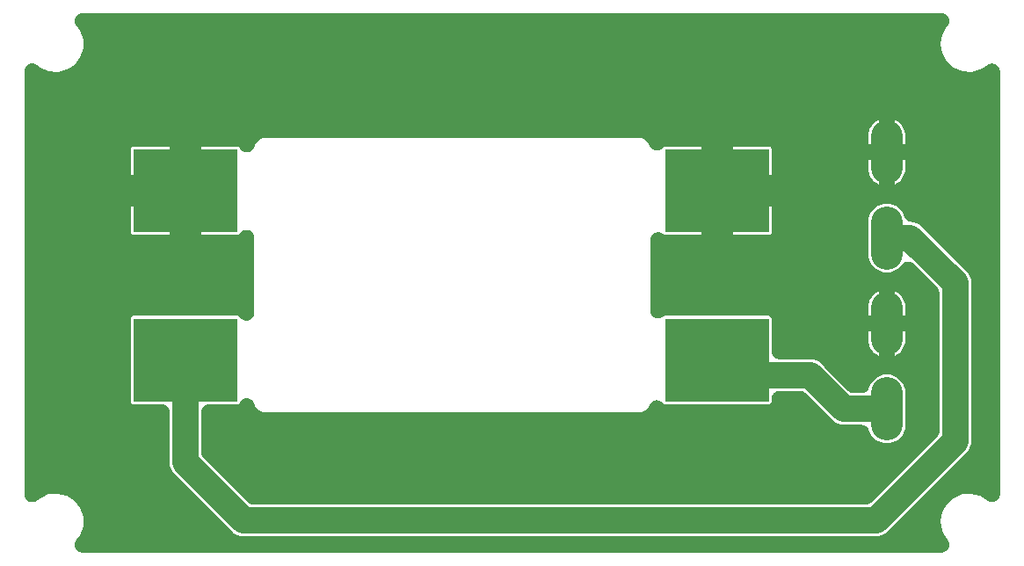
<source format=gbr>
G04 EAGLE Gerber RS-274X export*
G75*
%MOMM*%
%FSLAX34Y34*%
%LPD*%
%INTop Copper*%
%IPPOS*%
%AMOC8*
5,1,8,0,0,1.08239X$1,22.5*%
G01*
%ADD10C,3.048000*%
%ADD11R,10.000000X8.000000*%
%ADD12C,2.540000*%

G36*
X990341Y83081D02*
X990341Y83081D01*
X990630Y83088D01*
X990730Y83100D01*
X990832Y83106D01*
X991118Y83150D01*
X991404Y83186D01*
X991503Y83210D01*
X991603Y83225D01*
X991883Y83298D01*
X992164Y83364D01*
X992260Y83397D01*
X992358Y83423D01*
X992629Y83524D01*
X992902Y83618D01*
X992994Y83661D01*
X993089Y83697D01*
X993348Y83826D01*
X993610Y83947D01*
X993697Y83999D01*
X993788Y84044D01*
X994032Y84199D01*
X994280Y84346D01*
X994362Y84407D01*
X994448Y84461D01*
X994675Y84640D01*
X994907Y84812D01*
X994982Y84881D01*
X995062Y84944D01*
X995269Y85144D01*
X995482Y85339D01*
X995549Y85415D01*
X995623Y85486D01*
X995809Y85707D01*
X996000Y85923D01*
X996060Y86005D01*
X996125Y86083D01*
X996288Y86322D01*
X996456Y86556D01*
X996507Y86644D01*
X996564Y86728D01*
X996701Y86983D01*
X996845Y87233D01*
X996886Y87326D01*
X996935Y87415D01*
X997045Y87682D01*
X997163Y87946D01*
X997194Y88043D01*
X997233Y88137D01*
X997316Y88413D01*
X997406Y88688D01*
X997427Y88787D01*
X997456Y88884D01*
X997510Y89168D01*
X997571Y89450D01*
X997583Y89551D01*
X997602Y89651D01*
X997626Y89939D01*
X997658Y90226D01*
X997659Y90328D01*
X997668Y90429D01*
X997663Y90717D01*
X997665Y91006D01*
X997656Y91108D01*
X997654Y91209D01*
X997619Y91496D01*
X997592Y91783D01*
X997573Y91883D01*
X997560Y91984D01*
X997497Y92265D01*
X997440Y92549D01*
X997411Y92646D01*
X997388Y92745D01*
X997296Y93019D01*
X997211Y93295D01*
X997171Y93389D01*
X997139Y93485D01*
X997019Y93748D01*
X996906Y94014D01*
X996858Y94102D01*
X996815Y94195D01*
X996669Y94445D01*
X996530Y94697D01*
X996472Y94781D01*
X996421Y94869D01*
X996250Y95102D01*
X996086Y95339D01*
X996019Y95416D01*
X995959Y95498D01*
X995766Y95712D01*
X995578Y95932D01*
X995483Y96025D01*
X995436Y96077D01*
X995367Y96139D01*
X995226Y96277D01*
X990986Y104114D01*
X989520Y112900D01*
X990986Y121686D01*
X995226Y129521D01*
X1001779Y135554D01*
X1009937Y139132D01*
X1018815Y139868D01*
X1027450Y137681D01*
X1034628Y132992D01*
X1034735Y132929D01*
X1034839Y132859D01*
X1035073Y132732D01*
X1035302Y132599D01*
X1035415Y132548D01*
X1035525Y132488D01*
X1035771Y132387D01*
X1036013Y132277D01*
X1036131Y132238D01*
X1036247Y132190D01*
X1036502Y132114D01*
X1036753Y132030D01*
X1036875Y132003D01*
X1036995Y131967D01*
X1037256Y131917D01*
X1037515Y131859D01*
X1037639Y131845D01*
X1037761Y131822D01*
X1038026Y131799D01*
X1038290Y131768D01*
X1038415Y131766D01*
X1038539Y131755D01*
X1038804Y131760D01*
X1039070Y131756D01*
X1039195Y131767D01*
X1039319Y131769D01*
X1039583Y131801D01*
X1039848Y131824D01*
X1039971Y131848D01*
X1040094Y131863D01*
X1040353Y131921D01*
X1040614Y131971D01*
X1040734Y132007D01*
X1040855Y132035D01*
X1041107Y132120D01*
X1041362Y132196D01*
X1041477Y132244D01*
X1041595Y132284D01*
X1041837Y132394D01*
X1042082Y132497D01*
X1042192Y132556D01*
X1042305Y132608D01*
X1042535Y132742D01*
X1042768Y132869D01*
X1042871Y132939D01*
X1042979Y133002D01*
X1043193Y133160D01*
X1043412Y133310D01*
X1043508Y133390D01*
X1043608Y133464D01*
X1043805Y133642D01*
X1044008Y133814D01*
X1044095Y133904D01*
X1044187Y133987D01*
X1044365Y134185D01*
X1044549Y134376D01*
X1044626Y134474D01*
X1044710Y134567D01*
X1044866Y134781D01*
X1045030Y134991D01*
X1045096Y135097D01*
X1045170Y135197D01*
X1045304Y135427D01*
X1045445Y135652D01*
X1045500Y135764D01*
X1045563Y135871D01*
X1045673Y136114D01*
X1045791Y136352D01*
X1045834Y136468D01*
X1045886Y136582D01*
X1045970Y136834D01*
X1046063Y137083D01*
X1046094Y137204D01*
X1046134Y137322D01*
X1046192Y137581D01*
X1046259Y137839D01*
X1046278Y137962D01*
X1046305Y138084D01*
X1046336Y138347D01*
X1046376Y138610D01*
X1046382Y138735D01*
X1046397Y138859D01*
X1046414Y139370D01*
X1046414Y546430D01*
X1046408Y546554D01*
X1046410Y546679D01*
X1046388Y546944D01*
X1046374Y547209D01*
X1046355Y547332D01*
X1046345Y547457D01*
X1046296Y547718D01*
X1046255Y547980D01*
X1046223Y548101D01*
X1046200Y548224D01*
X1046124Y548478D01*
X1046057Y548735D01*
X1046013Y548852D01*
X1045978Y548972D01*
X1045876Y549217D01*
X1045783Y549466D01*
X1045728Y549578D01*
X1045680Y549693D01*
X1045554Y549927D01*
X1045436Y550165D01*
X1045369Y550271D01*
X1045310Y550380D01*
X1045161Y550600D01*
X1045019Y550825D01*
X1044942Y550923D01*
X1044872Y551026D01*
X1044701Y551229D01*
X1044536Y551439D01*
X1044450Y551528D01*
X1044370Y551624D01*
X1044179Y551808D01*
X1043994Y552000D01*
X1043898Y552080D01*
X1043809Y552167D01*
X1043600Y552331D01*
X1043397Y552502D01*
X1043294Y552572D01*
X1043196Y552650D01*
X1042971Y552792D01*
X1042752Y552941D01*
X1042642Y553000D01*
X1042536Y553067D01*
X1042299Y553186D01*
X1042065Y553312D01*
X1041949Y553359D01*
X1041838Y553415D01*
X1041589Y553508D01*
X1041343Y553610D01*
X1041224Y553646D01*
X1041107Y553690D01*
X1040850Y553757D01*
X1040596Y553833D01*
X1040473Y553856D01*
X1040352Y553888D01*
X1040090Y553929D01*
X1039829Y553978D01*
X1039705Y553989D01*
X1039581Y554008D01*
X1039315Y554022D01*
X1039051Y554045D01*
X1038927Y554042D01*
X1038802Y554049D01*
X1038536Y554036D01*
X1038271Y554031D01*
X1038147Y554016D01*
X1038022Y554010D01*
X1037759Y553969D01*
X1037496Y553937D01*
X1037374Y553910D01*
X1037251Y553891D01*
X1036994Y553824D01*
X1036735Y553765D01*
X1036616Y553725D01*
X1036496Y553694D01*
X1036247Y553601D01*
X1035995Y553516D01*
X1035881Y553464D01*
X1035765Y553420D01*
X1035527Y553303D01*
X1035285Y553192D01*
X1035177Y553129D01*
X1035065Y553074D01*
X1034628Y552808D01*
X1027450Y548119D01*
X1018815Y545932D01*
X1009937Y546668D01*
X1001779Y550246D01*
X995226Y556279D01*
X990986Y564114D01*
X989520Y572900D01*
X990986Y581686D01*
X995227Y589524D01*
X995415Y589715D01*
X995623Y589916D01*
X995688Y589994D01*
X995759Y590067D01*
X995939Y590292D01*
X996125Y590513D01*
X996183Y590597D01*
X996246Y590677D01*
X996401Y590919D01*
X996564Y591159D01*
X996613Y591248D01*
X996667Y591334D01*
X996797Y591591D01*
X996935Y591845D01*
X996974Y591940D01*
X997020Y592030D01*
X997123Y592299D01*
X997233Y592567D01*
X997262Y592664D01*
X997299Y592759D01*
X997374Y593038D01*
X997456Y593315D01*
X997475Y593415D01*
X997502Y593513D01*
X997548Y593798D01*
X997602Y594081D01*
X997610Y594183D01*
X997626Y594283D01*
X997643Y594572D01*
X997668Y594859D01*
X997666Y594961D01*
X997672Y595062D01*
X997659Y595351D01*
X997654Y595639D01*
X997642Y595740D01*
X997637Y595842D01*
X997595Y596128D01*
X997560Y596414D01*
X997538Y596513D01*
X997523Y596614D01*
X997452Y596894D01*
X997388Y597175D01*
X997356Y597272D01*
X997331Y597370D01*
X997231Y597642D01*
X997139Y597915D01*
X997097Y598008D01*
X997062Y598103D01*
X996935Y598362D01*
X996815Y598625D01*
X996764Y598713D01*
X996719Y598804D01*
X996567Y599050D01*
X996421Y599299D01*
X996361Y599381D01*
X996307Y599467D01*
X996130Y599695D01*
X995959Y599928D01*
X995891Y600004D01*
X995829Y600084D01*
X995629Y600293D01*
X995436Y600507D01*
X995360Y600575D01*
X995290Y600649D01*
X995070Y600837D01*
X994856Y601030D01*
X994774Y601089D01*
X994696Y601156D01*
X994458Y601320D01*
X994226Y601490D01*
X994138Y601541D01*
X994054Y601599D01*
X993801Y601738D01*
X993552Y601883D01*
X993459Y601925D01*
X993370Y601974D01*
X993104Y602086D01*
X992841Y602206D01*
X992744Y602238D01*
X992651Y602278D01*
X992374Y602362D01*
X992101Y602454D01*
X992002Y602476D01*
X991904Y602506D01*
X991621Y602562D01*
X991339Y602625D01*
X991238Y602637D01*
X991139Y602656D01*
X990851Y602683D01*
X990564Y602717D01*
X990432Y602721D01*
X990361Y602728D01*
X990268Y602727D01*
X990053Y602734D01*
X162768Y602734D01*
X162719Y602732D01*
X162669Y602734D01*
X162328Y602712D01*
X161988Y602694D01*
X161940Y602687D01*
X161891Y602684D01*
X161554Y602627D01*
X161217Y602575D01*
X161169Y602562D01*
X161121Y602554D01*
X160793Y602464D01*
X160462Y602377D01*
X160416Y602360D01*
X160368Y602347D01*
X160051Y602223D01*
X159731Y602103D01*
X159687Y602081D01*
X159641Y602063D01*
X159338Y601908D01*
X159032Y601756D01*
X158991Y601729D01*
X158947Y601707D01*
X158661Y601521D01*
X158373Y601339D01*
X158334Y601308D01*
X158293Y601282D01*
X158027Y601067D01*
X157759Y600856D01*
X157723Y600822D01*
X157685Y600791D01*
X157444Y600552D01*
X157198Y600314D01*
X157166Y600276D01*
X157131Y600242D01*
X156916Y599979D01*
X156695Y599717D01*
X156667Y599676D01*
X156636Y599638D01*
X156449Y599354D01*
X156256Y599072D01*
X156233Y599028D01*
X156206Y598987D01*
X156048Y598685D01*
X155886Y598385D01*
X155867Y598339D01*
X155844Y598296D01*
X155718Y597979D01*
X155587Y597663D01*
X155573Y597616D01*
X155555Y597571D01*
X155462Y597243D01*
X155364Y596916D01*
X155355Y596867D01*
X155342Y596820D01*
X155282Y596483D01*
X155219Y596149D01*
X155215Y596100D01*
X155206Y596051D01*
X155182Y595710D01*
X155153Y595371D01*
X155154Y595322D01*
X155150Y595273D01*
X155161Y594931D01*
X155167Y594591D01*
X155172Y594542D01*
X155174Y594493D01*
X155219Y594154D01*
X155260Y593816D01*
X155271Y593768D01*
X155277Y593719D01*
X155357Y593387D01*
X155432Y593055D01*
X155448Y593008D01*
X155460Y592960D01*
X155573Y592638D01*
X155682Y592315D01*
X155702Y592270D01*
X155718Y592224D01*
X155864Y591915D01*
X156005Y591605D01*
X156030Y591562D01*
X156051Y591518D01*
X156227Y591226D01*
X156400Y590931D01*
X156429Y590892D01*
X156454Y590850D01*
X156755Y590435D01*
X160379Y585779D01*
X163271Y577354D01*
X163271Y568446D01*
X160379Y560021D01*
X154907Y552991D01*
X147450Y548119D01*
X138815Y545932D01*
X129937Y546668D01*
X121779Y550246D01*
X119525Y552321D01*
X119247Y552552D01*
X118967Y552788D01*
X118945Y552803D01*
X118925Y552819D01*
X118624Y553021D01*
X118321Y553227D01*
X118298Y553239D01*
X118276Y553254D01*
X117955Y553425D01*
X117635Y553597D01*
X117610Y553607D01*
X117587Y553620D01*
X117250Y553757D01*
X116913Y553896D01*
X116888Y553903D01*
X116864Y553913D01*
X116517Y554014D01*
X116165Y554119D01*
X116139Y554124D01*
X116114Y554131D01*
X115758Y554196D01*
X115399Y554264D01*
X115372Y554266D01*
X115347Y554271D01*
X114983Y554299D01*
X114621Y554330D01*
X114595Y554330D01*
X114568Y554332D01*
X114203Y554323D01*
X113841Y554316D01*
X113815Y554313D01*
X113788Y554313D01*
X113426Y554266D01*
X113066Y554223D01*
X113040Y554217D01*
X113014Y554214D01*
X112659Y554131D01*
X112305Y554051D01*
X112280Y554042D01*
X112254Y554036D01*
X111910Y553918D01*
X111565Y553801D01*
X111541Y553790D01*
X111516Y553782D01*
X111188Y553630D01*
X110855Y553478D01*
X110832Y553464D01*
X110808Y553453D01*
X110497Y553268D01*
X110181Y553083D01*
X110160Y553068D01*
X110138Y553054D01*
X109846Y552838D01*
X109552Y552622D01*
X109532Y552604D01*
X109511Y552588D01*
X109244Y552343D01*
X108973Y552098D01*
X108955Y552079D01*
X108936Y552061D01*
X108695Y551790D01*
X108450Y551519D01*
X108435Y551497D01*
X108418Y551478D01*
X108204Y551181D01*
X107990Y550888D01*
X107977Y550866D01*
X107962Y550844D01*
X107780Y550528D01*
X107597Y550214D01*
X107586Y550190D01*
X107573Y550168D01*
X107424Y549834D01*
X107274Y549504D01*
X107266Y549479D01*
X107255Y549455D01*
X107142Y549108D01*
X107026Y548764D01*
X107020Y548738D01*
X107012Y548713D01*
X106935Y548358D01*
X106855Y548002D01*
X106852Y547976D01*
X106846Y547950D01*
X106806Y547587D01*
X106763Y547227D01*
X106762Y547195D01*
X106760Y547175D01*
X106759Y547109D01*
X106746Y546715D01*
X106746Y139085D01*
X106764Y138720D01*
X106781Y138358D01*
X106784Y138332D01*
X106786Y138305D01*
X106842Y137944D01*
X106895Y137585D01*
X106901Y137560D01*
X106905Y137534D01*
X106998Y137180D01*
X107087Y136829D01*
X107096Y136804D01*
X107103Y136779D01*
X107231Y136437D01*
X107356Y136096D01*
X107368Y136073D01*
X107377Y136048D01*
X107540Y135721D01*
X107699Y135395D01*
X107713Y135373D01*
X107724Y135349D01*
X107918Y135042D01*
X108111Y134732D01*
X108127Y134712D01*
X108141Y134689D01*
X108366Y134403D01*
X108589Y134116D01*
X108607Y134097D01*
X108624Y134076D01*
X108877Y133814D01*
X109128Y133551D01*
X109148Y133534D01*
X109166Y133515D01*
X109445Y133280D01*
X109721Y133044D01*
X109743Y133029D01*
X109763Y133012D01*
X110065Y132807D01*
X110364Y132601D01*
X110387Y132588D01*
X110408Y132573D01*
X110730Y132400D01*
X111048Y132225D01*
X111072Y132215D01*
X111095Y132203D01*
X111433Y132063D01*
X111767Y131922D01*
X111792Y131914D01*
X111817Y131904D01*
X112167Y131800D01*
X112514Y131694D01*
X112539Y131689D01*
X112564Y131681D01*
X112923Y131613D01*
X113279Y131543D01*
X113305Y131541D01*
X113331Y131536D01*
X113694Y131505D01*
X114056Y131472D01*
X114083Y131472D01*
X114109Y131470D01*
X114472Y131476D01*
X114837Y131480D01*
X114863Y131483D01*
X114889Y131484D01*
X115250Y131527D01*
X115612Y131568D01*
X115638Y131574D01*
X115664Y131577D01*
X116018Y131657D01*
X116375Y131735D01*
X116400Y131744D01*
X116425Y131749D01*
X116769Y131865D01*
X117116Y131979D01*
X117140Y131990D01*
X117165Y131999D01*
X117496Y132150D01*
X117829Y132298D01*
X117851Y132311D01*
X117875Y132322D01*
X118190Y132507D01*
X118505Y132688D01*
X118526Y132703D01*
X118549Y132717D01*
X118842Y132932D01*
X119137Y133145D01*
X119162Y133166D01*
X119178Y133178D01*
X119226Y133221D01*
X119525Y133479D01*
X121779Y135554D01*
X129937Y139132D01*
X138815Y139868D01*
X147450Y137681D01*
X154907Y132809D01*
X160379Y125779D01*
X163271Y117354D01*
X163271Y108446D01*
X160379Y100021D01*
X156755Y95365D01*
X156727Y95324D01*
X156695Y95287D01*
X156503Y95004D01*
X156308Y94725D01*
X156284Y94682D01*
X156256Y94641D01*
X156094Y94341D01*
X155928Y94043D01*
X155909Y93998D01*
X155886Y93955D01*
X155755Y93640D01*
X155621Y93326D01*
X155606Y93279D01*
X155587Y93233D01*
X155490Y92906D01*
X155388Y92581D01*
X155378Y92533D01*
X155364Y92485D01*
X155301Y92150D01*
X155233Y91816D01*
X155228Y91767D01*
X155219Y91719D01*
X155190Y91379D01*
X155157Y91039D01*
X155157Y90990D01*
X155153Y90941D01*
X155159Y90600D01*
X155160Y90259D01*
X155166Y90210D01*
X155167Y90161D01*
X155207Y89822D01*
X155244Y89483D01*
X155254Y89435D01*
X155260Y89386D01*
X155335Y89053D01*
X155406Y88719D01*
X155421Y88673D01*
X155432Y88625D01*
X155541Y88301D01*
X155646Y87977D01*
X155666Y87932D01*
X155682Y87885D01*
X155823Y87574D01*
X155961Y87262D01*
X155985Y87220D01*
X156005Y87175D01*
X156179Y86879D01*
X156346Y86584D01*
X156375Y86544D01*
X156400Y86501D01*
X156602Y86226D01*
X156800Y85949D01*
X156832Y85912D01*
X156861Y85872D01*
X157090Y85619D01*
X157315Y85363D01*
X157352Y85329D01*
X157385Y85293D01*
X157638Y85065D01*
X157888Y84833D01*
X157928Y84803D01*
X157964Y84770D01*
X158240Y84569D01*
X158513Y84365D01*
X158555Y84339D01*
X158595Y84310D01*
X158890Y84138D01*
X159182Y83962D01*
X159226Y83942D01*
X159269Y83917D01*
X159581Y83775D01*
X159888Y83631D01*
X159934Y83615D01*
X159979Y83594D01*
X160304Y83485D01*
X160625Y83373D01*
X160673Y83362D01*
X160720Y83346D01*
X161052Y83272D01*
X161384Y83192D01*
X161433Y83186D01*
X161481Y83175D01*
X161818Y83135D01*
X162158Y83090D01*
X162207Y83089D01*
X162256Y83083D01*
X162768Y83066D01*
X990053Y83066D01*
X990341Y83081D01*
G37*
%LPC*%
G36*
X314468Y99059D02*
X314468Y99059D01*
X308867Y101380D01*
X248980Y161267D01*
X246659Y166868D01*
X246659Y218440D01*
X246646Y218702D01*
X246641Y218964D01*
X246626Y219091D01*
X246619Y219219D01*
X246579Y219479D01*
X246548Y219739D01*
X246519Y219864D01*
X246500Y219991D01*
X246433Y220245D01*
X246375Y220500D01*
X246334Y220622D01*
X246302Y220746D01*
X246210Y220992D01*
X246126Y221240D01*
X246073Y221357D01*
X246028Y221477D01*
X245911Y221711D01*
X245803Y221950D01*
X245738Y222061D01*
X245681Y222175D01*
X245541Y222397D01*
X245408Y222624D01*
X245332Y222727D01*
X245264Y222835D01*
X245102Y223042D01*
X244947Y223253D01*
X244861Y223348D01*
X244781Y223449D01*
X244599Y223638D01*
X244423Y223832D01*
X244328Y223918D01*
X244239Y224010D01*
X244038Y224179D01*
X243843Y224355D01*
X243740Y224430D01*
X243642Y224513D01*
X243425Y224660D01*
X243213Y224815D01*
X243103Y224879D01*
X242997Y224951D01*
X242765Y225076D01*
X242539Y225208D01*
X242422Y225261D01*
X242310Y225322D01*
X242067Y225422D01*
X241828Y225531D01*
X241707Y225571D01*
X241588Y225620D01*
X241337Y225696D01*
X241088Y225779D01*
X240963Y225807D01*
X240841Y225843D01*
X240582Y225892D01*
X240327Y225950D01*
X240200Y225965D01*
X240074Y225989D01*
X239812Y226011D01*
X239552Y226042D01*
X239380Y226048D01*
X239296Y226055D01*
X239212Y226053D01*
X239040Y226059D01*
X211395Y226059D01*
X210461Y226446D01*
X209746Y227161D01*
X209359Y228095D01*
X209359Y309105D01*
X209746Y310039D01*
X210461Y310754D01*
X211395Y311141D01*
X312405Y311141D01*
X313339Y310754D01*
X314415Y309678D01*
X314597Y309447D01*
X314793Y309188D01*
X314838Y309140D01*
X314879Y309088D01*
X315105Y308855D01*
X315326Y308618D01*
X315375Y308575D01*
X315421Y308527D01*
X315669Y308318D01*
X315914Y308105D01*
X315968Y308067D01*
X316018Y308025D01*
X316286Y307842D01*
X316552Y307655D01*
X316609Y307623D01*
X316664Y307586D01*
X316949Y307432D01*
X317232Y307273D01*
X317292Y307247D01*
X317350Y307215D01*
X317650Y307091D01*
X317948Y306962D01*
X318011Y306942D01*
X318072Y306917D01*
X318383Y306824D01*
X318692Y306726D01*
X318756Y306713D01*
X318820Y306694D01*
X319139Y306633D01*
X319456Y306568D01*
X319522Y306561D01*
X319586Y306549D01*
X319910Y306521D01*
X320232Y306488D01*
X320298Y306488D01*
X320364Y306482D01*
X320688Y306488D01*
X321013Y306488D01*
X321079Y306495D01*
X321144Y306496D01*
X321466Y306535D01*
X321789Y306568D01*
X321854Y306582D01*
X321919Y306590D01*
X322235Y306661D01*
X322553Y306727D01*
X322616Y306747D01*
X322680Y306762D01*
X322988Y306866D01*
X323297Y306964D01*
X323357Y306990D01*
X323420Y307011D01*
X323716Y307146D01*
X324013Y307275D01*
X324070Y307307D01*
X324130Y307335D01*
X324411Y307499D01*
X324693Y307658D01*
X324747Y307696D01*
X324804Y307729D01*
X325065Y307921D01*
X325330Y308108D01*
X325380Y308152D01*
X325433Y308191D01*
X325674Y308408D01*
X325918Y308622D01*
X325963Y308670D01*
X326012Y308714D01*
X326229Y308955D01*
X326451Y309193D01*
X326490Y309245D01*
X326535Y309294D01*
X326726Y309556D01*
X326922Y309815D01*
X326956Y309871D01*
X326995Y309924D01*
X327158Y310204D01*
X327327Y310482D01*
X327355Y310541D01*
X327388Y310598D01*
X327522Y310894D01*
X327662Y311187D01*
X327684Y311249D01*
X327711Y311309D01*
X327814Y311616D01*
X327922Y311923D01*
X327938Y311987D01*
X327959Y312049D01*
X328030Y312366D01*
X328106Y312681D01*
X328115Y312746D01*
X328130Y312811D01*
X328168Y313133D01*
X328212Y313454D01*
X328214Y313520D01*
X328222Y313586D01*
X328239Y314097D01*
X328239Y386363D01*
X328234Y386461D01*
X328237Y386560D01*
X328214Y386851D01*
X328199Y387142D01*
X328184Y387240D01*
X328177Y387338D01*
X328125Y387625D01*
X328080Y387914D01*
X328055Y388009D01*
X328037Y388106D01*
X327956Y388386D01*
X327882Y388669D01*
X327847Y388761D01*
X327820Y388855D01*
X327711Y389126D01*
X327608Y389399D01*
X327564Y389488D01*
X327527Y389579D01*
X327391Y389837D01*
X327261Y390098D01*
X327208Y390182D01*
X327162Y390269D01*
X327000Y390511D01*
X326844Y390758D01*
X326783Y390836D01*
X326728Y390917D01*
X326542Y391142D01*
X326361Y391372D01*
X326293Y391443D01*
X326230Y391518D01*
X326022Y391723D01*
X325819Y391933D01*
X325744Y391996D01*
X325673Y392065D01*
X325445Y392247D01*
X325222Y392436D01*
X325140Y392491D01*
X325064Y392552D01*
X324818Y392710D01*
X324577Y392874D01*
X324490Y392921D01*
X324407Y392974D01*
X324147Y393106D01*
X323890Y393245D01*
X323798Y393283D01*
X323711Y393327D01*
X323439Y393432D01*
X323168Y393543D01*
X323074Y393572D01*
X322982Y393607D01*
X322700Y393683D01*
X322421Y393766D01*
X322324Y393785D01*
X322229Y393810D01*
X321941Y393857D01*
X321654Y393912D01*
X321555Y393920D01*
X321458Y393936D01*
X321167Y393953D01*
X320876Y393978D01*
X320778Y393976D01*
X320679Y393982D01*
X320387Y393969D01*
X320096Y393964D01*
X319998Y393952D01*
X319900Y393948D01*
X319610Y393905D01*
X319321Y393871D01*
X319225Y393849D01*
X319127Y393835D01*
X318844Y393763D01*
X318560Y393698D01*
X318466Y393667D01*
X318371Y393643D01*
X318097Y393542D01*
X317820Y393449D01*
X317730Y393408D01*
X317638Y393374D01*
X317376Y393247D01*
X317110Y393125D01*
X317025Y393076D01*
X316936Y393033D01*
X316688Y392878D01*
X316436Y392731D01*
X316357Y392673D01*
X316273Y392621D01*
X316042Y392442D01*
X315807Y392269D01*
X315734Y392203D01*
X315656Y392143D01*
X315445Y391942D01*
X315228Y391746D01*
X315162Y391673D01*
X315091Y391605D01*
X314901Y391383D01*
X314706Y391166D01*
X314647Y391087D01*
X314583Y391012D01*
X314285Y390596D01*
X313873Y389980D01*
X313520Y389626D01*
X313103Y389348D01*
X312641Y389157D01*
X312150Y389059D01*
X277139Y389059D01*
X277139Y423980D01*
X277126Y424242D01*
X277121Y424504D01*
X277106Y424631D01*
X277099Y424759D01*
X277059Y425019D01*
X277028Y425279D01*
X276999Y425404D01*
X276980Y425531D01*
X276913Y425785D01*
X276855Y426040D01*
X276814Y426162D01*
X276782Y426286D01*
X276690Y426531D01*
X276606Y426780D01*
X276553Y426896D01*
X276508Y427016D01*
X276391Y427251D01*
X276282Y427490D01*
X276218Y427601D01*
X276161Y427715D01*
X276021Y427937D01*
X275888Y428164D01*
X275812Y428267D01*
X275744Y428375D01*
X275581Y428582D01*
X275426Y428793D01*
X275341Y428888D01*
X275261Y428989D01*
X275079Y429177D01*
X274903Y429372D01*
X274808Y429458D01*
X274719Y429550D01*
X274518Y429719D01*
X274323Y429894D01*
X274220Y429970D01*
X274122Y430052D01*
X273904Y430200D01*
X273693Y430355D01*
X273583Y430419D01*
X273476Y430491D01*
X273245Y430616D01*
X273019Y430748D01*
X272902Y430801D01*
X272790Y430862D01*
X272547Y430962D01*
X272308Y431071D01*
X272187Y431111D01*
X272068Y431160D01*
X271817Y431235D01*
X271568Y431319D01*
X271443Y431347D01*
X271320Y431383D01*
X271062Y431432D01*
X270807Y431490D01*
X270680Y431505D01*
X270554Y431529D01*
X270292Y431551D01*
X270032Y431582D01*
X269860Y431588D01*
X269776Y431595D01*
X269692Y431593D01*
X269520Y431599D01*
X261899Y431599D01*
X261899Y431601D01*
X269520Y431601D01*
X269782Y431614D01*
X270044Y431619D01*
X270171Y431634D01*
X270299Y431641D01*
X270559Y431681D01*
X270819Y431712D01*
X270944Y431741D01*
X271071Y431760D01*
X271325Y431827D01*
X271580Y431885D01*
X271702Y431926D01*
X271826Y431958D01*
X272071Y432050D01*
X272320Y432134D01*
X272436Y432187D01*
X272556Y432232D01*
X272791Y432349D01*
X273030Y432458D01*
X273141Y432523D01*
X273255Y432579D01*
X273477Y432719D01*
X273704Y432852D01*
X273807Y432928D01*
X273915Y432996D01*
X274122Y433159D01*
X274333Y433314D01*
X274428Y433399D01*
X274529Y433479D01*
X274717Y433661D01*
X274912Y433837D01*
X274998Y433932D01*
X275090Y434021D01*
X275259Y434222D01*
X275434Y434417D01*
X275510Y434520D01*
X275592Y434618D01*
X275740Y434836D01*
X275895Y435047D01*
X275959Y435158D01*
X276031Y435264D01*
X276156Y435495D01*
X276288Y435721D01*
X276341Y435838D01*
X276402Y435951D01*
X276502Y436193D01*
X276611Y436432D01*
X276651Y436553D01*
X276700Y436672D01*
X276775Y436923D01*
X276859Y437172D01*
X276887Y437297D01*
X276923Y437420D01*
X276972Y437678D01*
X277030Y437933D01*
X277045Y438060D01*
X277069Y438186D01*
X277091Y438448D01*
X277122Y438708D01*
X277128Y438880D01*
X277135Y438964D01*
X277133Y439048D01*
X277139Y439220D01*
X277139Y474141D01*
X312150Y474141D01*
X312641Y474043D01*
X313103Y473852D01*
X313520Y473574D01*
X313874Y473220D01*
X314247Y472661D01*
X314301Y472547D01*
X314370Y472434D01*
X314430Y472317D01*
X314572Y472101D01*
X314707Y471880D01*
X314786Y471775D01*
X314858Y471665D01*
X315022Y471464D01*
X315178Y471258D01*
X315268Y471162D01*
X315351Y471060D01*
X315534Y470877D01*
X315711Y470688D01*
X315810Y470601D01*
X315903Y470508D01*
X316104Y470345D01*
X316299Y470175D01*
X316407Y470099D01*
X316509Y470016D01*
X316726Y469874D01*
X316937Y469725D01*
X317052Y469660D01*
X317162Y469588D01*
X317392Y469469D01*
X317617Y469342D01*
X317738Y469290D01*
X317855Y469229D01*
X318096Y469135D01*
X318333Y469031D01*
X318459Y468992D01*
X318581Y468943D01*
X318831Y468874D01*
X319077Y468796D01*
X319206Y468769D01*
X319333Y468733D01*
X319588Y468689D01*
X319841Y468637D01*
X319972Y468624D01*
X320102Y468601D01*
X320361Y468584D01*
X320618Y468557D01*
X320749Y468557D01*
X320881Y468549D01*
X321139Y468558D01*
X321398Y468558D01*
X321529Y468571D01*
X321661Y468576D01*
X321917Y468611D01*
X322175Y468638D01*
X322303Y468665D01*
X322434Y468683D01*
X322686Y468744D01*
X322939Y468797D01*
X323064Y468837D01*
X323192Y468868D01*
X323436Y468955D01*
X323683Y469033D01*
X323803Y469086D01*
X323927Y469130D01*
X324161Y469241D01*
X324398Y469345D01*
X324513Y469409D01*
X324632Y469466D01*
X324853Y469600D01*
X325078Y469727D01*
X325186Y469803D01*
X325298Y469872D01*
X325504Y470028D01*
X325716Y470178D01*
X325815Y470264D01*
X325920Y470344D01*
X326109Y470521D01*
X326304Y470691D01*
X326394Y470787D01*
X326489Y470877D01*
X326659Y471072D01*
X326836Y471262D01*
X326916Y471367D01*
X327002Y471466D01*
X327151Y471677D01*
X327307Y471884D01*
X327376Y471997D01*
X327451Y472104D01*
X327578Y472330D01*
X327712Y472551D01*
X327769Y472670D01*
X327833Y472785D01*
X328045Y473251D01*
X329862Y477639D01*
X332861Y480638D01*
X336779Y482261D01*
X701021Y482261D01*
X704939Y480638D01*
X707938Y477639D01*
X708966Y475156D01*
X709041Y474999D01*
X709107Y474838D01*
X709208Y474647D01*
X709301Y474452D01*
X709392Y474303D01*
X709474Y474149D01*
X709594Y473969D01*
X709707Y473785D01*
X709812Y473646D01*
X709909Y473501D01*
X710048Y473335D01*
X710178Y473163D01*
X710297Y473036D01*
X710409Y472902D01*
X710564Y472750D01*
X710711Y472593D01*
X710843Y472478D01*
X710967Y472356D01*
X711136Y472222D01*
X711300Y472080D01*
X711442Y471979D01*
X711578Y471871D01*
X711761Y471754D01*
X711937Y471630D01*
X712089Y471545D01*
X712236Y471451D01*
X712429Y471353D01*
X712618Y471247D01*
X712777Y471178D01*
X712933Y471100D01*
X713135Y471023D01*
X713334Y470937D01*
X713500Y470884D01*
X713662Y470822D01*
X713871Y470766D01*
X714078Y470701D01*
X714248Y470665D01*
X714416Y470620D01*
X714630Y470586D01*
X714842Y470542D01*
X715015Y470524D01*
X715187Y470497D01*
X715403Y470485D01*
X715618Y470463D01*
X715792Y470463D01*
X715966Y470453D01*
X716182Y470463D01*
X716399Y470463D01*
X716572Y470481D01*
X716746Y470489D01*
X716959Y470521D01*
X717175Y470543D01*
X717346Y470579D01*
X717518Y470605D01*
X717727Y470658D01*
X717939Y470702D01*
X718105Y470755D01*
X718274Y470798D01*
X718477Y470873D01*
X718683Y470939D01*
X718842Y471008D01*
X719006Y471069D01*
X719200Y471164D01*
X719399Y471250D01*
X719550Y471336D01*
X719707Y471412D01*
X719890Y471527D01*
X720079Y471633D01*
X720221Y471734D01*
X720369Y471826D01*
X720404Y471854D01*
X720409Y471857D01*
X720471Y471905D01*
X720539Y471959D01*
X720716Y472084D01*
X720847Y472198D01*
X720985Y472305D01*
X721014Y472333D01*
X721022Y472339D01*
X721206Y472512D01*
X721304Y472597D01*
X721348Y472644D01*
X721396Y472689D01*
X722280Y473574D01*
X722697Y473852D01*
X723159Y474043D01*
X723650Y474141D01*
X758661Y474141D01*
X758661Y439220D01*
X758674Y438958D01*
X758679Y438696D01*
X758694Y438569D01*
X758701Y438441D01*
X758741Y438181D01*
X758772Y437921D01*
X758801Y437796D01*
X758820Y437669D01*
X758887Y437415D01*
X758945Y437160D01*
X758986Y437038D01*
X759018Y436914D01*
X759110Y436669D01*
X759194Y436420D01*
X759247Y436304D01*
X759292Y436184D01*
X759409Y435949D01*
X759518Y435710D01*
X759582Y435599D01*
X759639Y435485D01*
X759779Y435263D01*
X759912Y435036D01*
X759988Y434933D01*
X760056Y434825D01*
X760219Y434618D01*
X760374Y434407D01*
X760459Y434312D01*
X760539Y434211D01*
X760721Y434023D01*
X760897Y433828D01*
X760992Y433742D01*
X761081Y433650D01*
X761282Y433481D01*
X761477Y433306D01*
X761580Y433230D01*
X761678Y433148D01*
X761895Y433000D01*
X762107Y432845D01*
X762217Y432781D01*
X762324Y432709D01*
X762555Y432584D01*
X762781Y432452D01*
X762898Y432399D01*
X763010Y432338D01*
X763253Y432238D01*
X763492Y432129D01*
X763613Y432089D01*
X763732Y432040D01*
X763983Y431965D01*
X764232Y431881D01*
X764357Y431853D01*
X764480Y431817D01*
X764738Y431768D01*
X764993Y431710D01*
X765120Y431695D01*
X765246Y431671D01*
X765508Y431649D01*
X765768Y431618D01*
X765940Y431612D01*
X766024Y431605D01*
X766108Y431607D01*
X766280Y431601D01*
X773901Y431601D01*
X773901Y431599D01*
X766280Y431599D01*
X766018Y431586D01*
X765756Y431581D01*
X765629Y431566D01*
X765501Y431559D01*
X765241Y431519D01*
X764981Y431488D01*
X764856Y431459D01*
X764729Y431440D01*
X764475Y431373D01*
X764220Y431315D01*
X764098Y431274D01*
X763974Y431242D01*
X763728Y431150D01*
X763480Y431066D01*
X763364Y431013D01*
X763244Y430968D01*
X763009Y430851D01*
X762770Y430742D01*
X762659Y430677D01*
X762545Y430621D01*
X762323Y430481D01*
X762096Y430348D01*
X761993Y430272D01*
X761885Y430204D01*
X761678Y430041D01*
X761467Y429886D01*
X761372Y429801D01*
X761271Y429721D01*
X761083Y429539D01*
X760888Y429363D01*
X760802Y429268D01*
X760710Y429179D01*
X760541Y428978D01*
X760366Y428783D01*
X760290Y428680D01*
X760207Y428582D01*
X760060Y428364D01*
X759905Y428153D01*
X759841Y428042D01*
X759769Y427936D01*
X759644Y427705D01*
X759512Y427479D01*
X759459Y427362D01*
X759398Y427249D01*
X759298Y427007D01*
X759189Y426768D01*
X759149Y426647D01*
X759100Y426528D01*
X759025Y426277D01*
X758941Y426028D01*
X758913Y425903D01*
X758877Y425780D01*
X758828Y425522D01*
X758770Y425267D01*
X758755Y425140D01*
X758731Y425014D01*
X758709Y424752D01*
X758678Y424492D01*
X758672Y424320D01*
X758665Y424236D01*
X758667Y424152D01*
X758661Y423980D01*
X758661Y389059D01*
X723650Y389059D01*
X723159Y389157D01*
X722697Y389348D01*
X722161Y389706D01*
X721989Y389862D01*
X721882Y389940D01*
X721782Y390024D01*
X721568Y390170D01*
X721359Y390323D01*
X721245Y390389D01*
X721136Y390463D01*
X720909Y390586D01*
X720685Y390717D01*
X720565Y390771D01*
X720450Y390834D01*
X720210Y390933D01*
X719975Y391040D01*
X719850Y391082D01*
X719728Y391132D01*
X719480Y391206D01*
X719235Y391289D01*
X719107Y391317D01*
X718980Y391355D01*
X718726Y391403D01*
X718473Y391460D01*
X718343Y391476D01*
X718214Y391500D01*
X717956Y391522D01*
X717699Y391553D01*
X717567Y391555D01*
X717436Y391567D01*
X717177Y391562D01*
X716918Y391566D01*
X716787Y391555D01*
X716656Y391553D01*
X716398Y391522D01*
X716141Y391500D01*
X716011Y391475D01*
X715881Y391459D01*
X715628Y391402D01*
X715374Y391354D01*
X715248Y391316D01*
X715120Y391287D01*
X714874Y391204D01*
X714626Y391130D01*
X714505Y391080D01*
X714380Y391038D01*
X714144Y390930D01*
X713905Y390831D01*
X713790Y390769D01*
X713670Y390714D01*
X713446Y390583D01*
X713219Y390460D01*
X713110Y390386D01*
X712996Y390320D01*
X712788Y390167D01*
X712573Y390021D01*
X712473Y389936D01*
X712367Y389858D01*
X712175Y389684D01*
X711977Y389518D01*
X711886Y389423D01*
X711788Y389335D01*
X711615Y389142D01*
X711435Y388956D01*
X711353Y388853D01*
X711265Y388755D01*
X711113Y388546D01*
X710953Y388342D01*
X710883Y388231D01*
X710805Y388125D01*
X710675Y387901D01*
X710536Y387682D01*
X710478Y387564D01*
X710412Y387451D01*
X710304Y387214D01*
X710190Y386983D01*
X710144Y386860D01*
X710089Y386740D01*
X710007Y386494D01*
X709916Y386252D01*
X709883Y386125D01*
X709841Y386000D01*
X709784Y385747D01*
X709719Y385497D01*
X709699Y385367D01*
X709670Y385238D01*
X709640Y384982D01*
X709600Y384725D01*
X709593Y384594D01*
X709578Y384463D01*
X709561Y383952D01*
X709561Y316248D01*
X709567Y316117D01*
X709565Y315986D01*
X709587Y315728D01*
X709601Y315469D01*
X709621Y315339D01*
X709632Y315208D01*
X709681Y314954D01*
X709720Y314698D01*
X709753Y314571D01*
X709778Y314442D01*
X709852Y314193D01*
X709918Y313943D01*
X709964Y313820D01*
X710002Y313694D01*
X710101Y313454D01*
X710192Y313212D01*
X710250Y313094D01*
X710301Y312973D01*
X710424Y312745D01*
X710539Y312513D01*
X710609Y312402D01*
X710672Y312286D01*
X710818Y312072D01*
X710956Y311853D01*
X711037Y311750D01*
X711111Y311641D01*
X711278Y311443D01*
X711439Y311240D01*
X711530Y311145D01*
X711614Y311045D01*
X711801Y310865D01*
X711981Y310678D01*
X712082Y310594D01*
X712176Y310503D01*
X712380Y310343D01*
X712578Y310176D01*
X712687Y310102D01*
X712790Y310021D01*
X713009Y309883D01*
X713223Y309737D01*
X713339Y309674D01*
X713450Y309604D01*
X713682Y309490D01*
X713910Y309366D01*
X714032Y309316D01*
X714149Y309258D01*
X714392Y309167D01*
X714632Y309068D01*
X714758Y309030D01*
X714880Y308984D01*
X715131Y308919D01*
X715379Y308845D01*
X715509Y308820D01*
X715636Y308787D01*
X715892Y308748D01*
X716146Y308700D01*
X716277Y308688D01*
X716407Y308668D01*
X716666Y308655D01*
X716924Y308633D01*
X717055Y308636D01*
X717186Y308629D01*
X717445Y308643D01*
X717704Y308647D01*
X717835Y308663D01*
X717966Y308670D01*
X718222Y308710D01*
X718479Y308741D01*
X718607Y308770D01*
X718737Y308790D01*
X718988Y308856D01*
X719240Y308913D01*
X719365Y308955D01*
X719492Y308988D01*
X719734Y309079D01*
X719980Y309162D01*
X720100Y309217D01*
X720222Y309263D01*
X720454Y309378D01*
X720690Y309486D01*
X720804Y309552D01*
X720921Y309611D01*
X721140Y309749D01*
X721364Y309880D01*
X721469Y309958D01*
X721580Y310028D01*
X721784Y310189D01*
X721993Y310342D01*
X722090Y310430D01*
X722194Y310511D01*
X722447Y310748D01*
X723395Y311141D01*
X824405Y311141D01*
X825339Y310754D01*
X826054Y310039D01*
X826441Y309105D01*
X826441Y276860D01*
X826454Y276598D01*
X826459Y276336D01*
X826474Y276209D01*
X826481Y276081D01*
X826521Y275821D01*
X826552Y275561D01*
X826581Y275436D01*
X826600Y275309D01*
X826667Y275055D01*
X826725Y274800D01*
X826766Y274678D01*
X826798Y274554D01*
X826890Y274308D01*
X826974Y274060D01*
X827027Y273943D01*
X827072Y273823D01*
X827189Y273589D01*
X827297Y273350D01*
X827362Y273239D01*
X827419Y273125D01*
X827559Y272903D01*
X827692Y272676D01*
X827768Y272573D01*
X827836Y272465D01*
X827998Y272258D01*
X828153Y272047D01*
X828239Y271952D01*
X828319Y271851D01*
X828501Y271662D01*
X828677Y271468D01*
X828772Y271382D01*
X828861Y271290D01*
X829062Y271121D01*
X829257Y270945D01*
X829360Y270870D01*
X829458Y270787D01*
X829675Y270640D01*
X829887Y270485D01*
X829997Y270421D01*
X830103Y270349D01*
X830335Y270224D01*
X830561Y270092D01*
X830678Y270039D01*
X830790Y269978D01*
X831033Y269878D01*
X831272Y269769D01*
X831393Y269729D01*
X831512Y269680D01*
X831763Y269604D01*
X832012Y269521D01*
X832137Y269493D01*
X832259Y269457D01*
X832518Y269408D01*
X832773Y269350D01*
X832900Y269335D01*
X833026Y269311D01*
X833288Y269289D01*
X833548Y269258D01*
X833720Y269252D01*
X833804Y269245D01*
X833888Y269247D01*
X834060Y269241D01*
X866632Y269241D01*
X872233Y266920D01*
X877592Y261562D01*
X877592Y261561D01*
X900421Y238732D01*
X900424Y238730D01*
X900426Y238728D01*
X900722Y238461D01*
X901001Y238209D01*
X901003Y238208D01*
X901006Y238205D01*
X901309Y237984D01*
X901631Y237749D01*
X901633Y237747D01*
X901636Y237745D01*
X901963Y237554D01*
X902304Y237355D01*
X902307Y237353D01*
X902310Y237352D01*
X902660Y237193D01*
X903015Y237032D01*
X903018Y237031D01*
X903021Y237029D01*
X903379Y236909D01*
X903755Y236783D01*
X903758Y236782D01*
X903761Y236781D01*
X904122Y236700D01*
X904516Y236611D01*
X904519Y236611D01*
X904522Y236610D01*
X904888Y236567D01*
X905291Y236518D01*
X905294Y236518D01*
X905297Y236518D01*
X905809Y236501D01*
X913064Y236501D01*
X913391Y236518D01*
X913719Y236529D01*
X913781Y236538D01*
X913843Y236541D01*
X914167Y236591D01*
X914492Y236636D01*
X914553Y236651D01*
X914614Y236660D01*
X914932Y236743D01*
X915250Y236821D01*
X915309Y236842D01*
X915369Y236858D01*
X915676Y236973D01*
X915985Y237083D01*
X916042Y237110D01*
X916100Y237132D01*
X916393Y237278D01*
X916690Y237419D01*
X916743Y237452D01*
X916799Y237479D01*
X917076Y237654D01*
X917356Y237825D01*
X917406Y237863D01*
X917459Y237896D01*
X917716Y238099D01*
X917978Y238297D01*
X918023Y238340D01*
X918072Y238379D01*
X918309Y238607D01*
X918548Y238831D01*
X918588Y238877D01*
X918634Y238921D01*
X918845Y239173D01*
X919060Y239419D01*
X919096Y239470D01*
X919136Y239518D01*
X919321Y239790D01*
X919509Y240057D01*
X919540Y240112D01*
X919575Y240163D01*
X919731Y240453D01*
X919891Y240738D01*
X919924Y240809D01*
X919946Y240850D01*
X919981Y240937D01*
X920103Y241204D01*
X922326Y246572D01*
X927328Y251574D01*
X933863Y254281D01*
X940937Y254281D01*
X947472Y251574D01*
X952474Y246572D01*
X955181Y240037D01*
X955181Y202483D01*
X952474Y195948D01*
X947472Y190946D01*
X940937Y188239D01*
X933863Y188239D01*
X927328Y190946D01*
X922326Y195948D01*
X920103Y201316D01*
X919963Y201611D01*
X919826Y201910D01*
X919794Y201964D01*
X919768Y202021D01*
X919598Y202300D01*
X919431Y202584D01*
X919395Y202634D01*
X919362Y202687D01*
X919164Y202949D01*
X918970Y203213D01*
X918928Y203259D01*
X918890Y203309D01*
X918667Y203549D01*
X918447Y203792D01*
X918400Y203834D01*
X918358Y203880D01*
X918110Y204095D01*
X917867Y204315D01*
X917817Y204351D01*
X917769Y204392D01*
X917501Y204582D01*
X917237Y204775D01*
X917183Y204806D01*
X917132Y204842D01*
X916846Y205003D01*
X916563Y205168D01*
X916506Y205194D01*
X916451Y205225D01*
X916151Y205355D01*
X915852Y205491D01*
X915793Y205511D01*
X915735Y205535D01*
X915423Y205635D01*
X915112Y205739D01*
X915051Y205753D01*
X914991Y205771D01*
X914671Y205838D01*
X914350Y205910D01*
X914288Y205917D01*
X914227Y205930D01*
X913901Y205963D01*
X913575Y206002D01*
X913497Y206005D01*
X913451Y206009D01*
X913357Y206009D01*
X913064Y206019D01*
X893308Y206019D01*
X887707Y208340D01*
X882348Y213698D01*
X882348Y213699D01*
X859519Y236528D01*
X859516Y236530D01*
X859514Y236532D01*
X859238Y236781D01*
X858939Y237051D01*
X858937Y237052D01*
X858934Y237055D01*
X858631Y237276D01*
X858309Y237511D01*
X858307Y237513D01*
X858304Y237515D01*
X857977Y237706D01*
X857636Y237905D01*
X857633Y237907D01*
X857630Y237908D01*
X857280Y238067D01*
X856925Y238228D01*
X856922Y238229D01*
X856919Y238231D01*
X856561Y238351D01*
X856185Y238477D01*
X856182Y238478D01*
X856179Y238479D01*
X855818Y238560D01*
X855424Y238649D01*
X855421Y238649D01*
X855418Y238650D01*
X855052Y238693D01*
X854649Y238742D01*
X854646Y238742D01*
X854643Y238742D01*
X854131Y238759D01*
X834060Y238759D01*
X833798Y238746D01*
X833536Y238741D01*
X833409Y238726D01*
X833281Y238719D01*
X833021Y238679D01*
X832761Y238648D01*
X832636Y238619D01*
X832509Y238600D01*
X832255Y238533D01*
X832000Y238475D01*
X831878Y238434D01*
X831754Y238402D01*
X831508Y238310D01*
X831260Y238226D01*
X831143Y238173D01*
X831023Y238128D01*
X830789Y238011D01*
X830550Y237903D01*
X830439Y237838D01*
X830325Y237781D01*
X830103Y237641D01*
X829876Y237508D01*
X829773Y237432D01*
X829665Y237364D01*
X829458Y237202D01*
X829247Y237047D01*
X829152Y236961D01*
X829051Y236881D01*
X828862Y236699D01*
X828668Y236523D01*
X828582Y236428D01*
X828490Y236339D01*
X828321Y236138D01*
X828145Y235943D01*
X828070Y235840D01*
X827987Y235742D01*
X827840Y235525D01*
X827685Y235313D01*
X827621Y235203D01*
X827549Y235097D01*
X827424Y234865D01*
X827292Y234639D01*
X827239Y234522D01*
X827178Y234410D01*
X827078Y234167D01*
X826969Y233928D01*
X826929Y233807D01*
X826880Y233688D01*
X826804Y233437D01*
X826721Y233188D01*
X826693Y233063D01*
X826657Y232941D01*
X826608Y232682D01*
X826550Y232427D01*
X826535Y232300D01*
X826511Y232174D01*
X826489Y231912D01*
X826458Y231652D01*
X826452Y231480D01*
X826445Y231396D01*
X826447Y231312D01*
X826441Y231140D01*
X826441Y228095D01*
X826054Y227161D01*
X825339Y226446D01*
X824405Y226059D01*
X723395Y226059D01*
X722461Y226446D01*
X721392Y227514D01*
X721246Y227646D01*
X721107Y227785D01*
X720957Y227908D01*
X720813Y228037D01*
X720654Y228153D01*
X720501Y228278D01*
X720339Y228384D01*
X720183Y228498D01*
X720013Y228597D01*
X719849Y228705D01*
X719677Y228794D01*
X719509Y228892D01*
X719330Y228974D01*
X719155Y229064D01*
X718975Y229135D01*
X718799Y229215D01*
X718612Y229278D01*
X718429Y229350D01*
X718243Y229402D01*
X718059Y229464D01*
X717867Y229507D01*
X717678Y229560D01*
X717486Y229593D01*
X717298Y229636D01*
X717103Y229659D01*
X716908Y229692D01*
X716715Y229705D01*
X716523Y229728D01*
X716326Y229732D01*
X716130Y229745D01*
X715937Y229738D01*
X715743Y229742D01*
X715546Y229725D01*
X715350Y229718D01*
X715158Y229691D01*
X714965Y229675D01*
X714771Y229638D01*
X714577Y229611D01*
X714388Y229565D01*
X714198Y229529D01*
X714010Y229472D01*
X713818Y229426D01*
X713636Y229361D01*
X713450Y229305D01*
X713269Y229230D01*
X713083Y229164D01*
X712908Y229080D01*
X712730Y229006D01*
X712557Y228913D01*
X712379Y228828D01*
X712213Y228727D01*
X712043Y228635D01*
X711880Y228524D01*
X711712Y228422D01*
X711558Y228305D01*
X711398Y228196D01*
X711248Y228069D01*
X711091Y227950D01*
X710949Y227817D01*
X710801Y227692D01*
X710664Y227550D01*
X710521Y227416D01*
X710394Y227271D01*
X710259Y227131D01*
X710137Y226976D01*
X710009Y226828D01*
X709897Y226670D01*
X709777Y226517D01*
X709672Y226350D01*
X709559Y226189D01*
X709465Y226021D01*
X709361Y225857D01*
X709273Y225680D01*
X709177Y225509D01*
X709056Y225241D01*
X709014Y225158D01*
X708998Y225114D01*
X708966Y225043D01*
X707938Y222561D01*
X704939Y219562D01*
X701021Y217939D01*
X336779Y217939D01*
X332861Y219562D01*
X329862Y222561D01*
X328045Y226949D01*
X327988Y227068D01*
X327940Y227190D01*
X327821Y227419D01*
X327710Y227654D01*
X327641Y227766D01*
X327581Y227883D01*
X327439Y228099D01*
X327304Y228321D01*
X327225Y228425D01*
X327153Y228535D01*
X326989Y228736D01*
X326832Y228943D01*
X326743Y229038D01*
X326660Y229140D01*
X326476Y229324D01*
X326300Y229513D01*
X326201Y229599D01*
X326108Y229692D01*
X325907Y229855D01*
X325711Y230026D01*
X325604Y230102D01*
X325502Y230184D01*
X325285Y230326D01*
X325073Y230476D01*
X324959Y230540D01*
X324849Y230612D01*
X324619Y230731D01*
X324393Y230858D01*
X324273Y230910D01*
X324156Y230971D01*
X323915Y231066D01*
X323677Y231169D01*
X323552Y231208D01*
X323430Y231257D01*
X323180Y231326D01*
X322933Y231405D01*
X322804Y231431D01*
X322678Y231467D01*
X322423Y231510D01*
X322169Y231563D01*
X322038Y231577D01*
X321909Y231599D01*
X321650Y231616D01*
X321393Y231643D01*
X321261Y231643D01*
X321130Y231651D01*
X320871Y231642D01*
X320612Y231642D01*
X320482Y231629D01*
X320350Y231624D01*
X320093Y231589D01*
X319836Y231562D01*
X319707Y231535D01*
X319577Y231517D01*
X319325Y231456D01*
X319072Y231403D01*
X318947Y231363D01*
X318819Y231332D01*
X318575Y231245D01*
X318328Y231167D01*
X318208Y231114D01*
X318084Y231070D01*
X317850Y230958D01*
X317612Y230855D01*
X317498Y230791D01*
X317379Y230734D01*
X317158Y230600D01*
X316932Y230472D01*
X316825Y230396D01*
X316713Y230328D01*
X316507Y230171D01*
X316295Y230022D01*
X316196Y229935D01*
X316091Y229856D01*
X315902Y229679D01*
X315707Y229508D01*
X315617Y229412D01*
X315521Y229323D01*
X315352Y229128D01*
X315175Y228938D01*
X315095Y228833D01*
X315009Y228734D01*
X314860Y228522D01*
X314703Y228315D01*
X314635Y228203D01*
X314560Y228096D01*
X314433Y227870D01*
X314298Y227648D01*
X314242Y227530D01*
X314178Y227415D01*
X314069Y227176D01*
X313339Y226446D01*
X312405Y226059D01*
X284760Y226059D01*
X284498Y226046D01*
X284236Y226041D01*
X284109Y226026D01*
X283981Y226019D01*
X283721Y225979D01*
X283461Y225948D01*
X283336Y225919D01*
X283209Y225900D01*
X282955Y225833D01*
X282700Y225775D01*
X282578Y225734D01*
X282454Y225702D01*
X282208Y225610D01*
X281960Y225526D01*
X281843Y225473D01*
X281723Y225428D01*
X281489Y225311D01*
X281250Y225203D01*
X281139Y225138D01*
X281025Y225081D01*
X280803Y224941D01*
X280576Y224808D01*
X280473Y224732D01*
X280365Y224664D01*
X280158Y224502D01*
X279947Y224347D01*
X279852Y224261D01*
X279751Y224181D01*
X279562Y223999D01*
X279368Y223823D01*
X279282Y223728D01*
X279190Y223639D01*
X279021Y223438D01*
X278845Y223243D01*
X278770Y223140D01*
X278687Y223042D01*
X278540Y222825D01*
X278385Y222613D01*
X278321Y222503D01*
X278249Y222397D01*
X278124Y222165D01*
X277992Y221939D01*
X277939Y221822D01*
X277878Y221710D01*
X277778Y221467D01*
X277669Y221228D01*
X277629Y221107D01*
X277580Y220988D01*
X277504Y220737D01*
X277421Y220488D01*
X277393Y220363D01*
X277357Y220241D01*
X277308Y219982D01*
X277250Y219727D01*
X277235Y219600D01*
X277211Y219474D01*
X277189Y219212D01*
X277158Y218952D01*
X277152Y218780D01*
X277145Y218696D01*
X277147Y218612D01*
X277141Y218440D01*
X277141Y179369D01*
X277141Y179366D01*
X277141Y179363D01*
X277161Y178973D01*
X277181Y178589D01*
X277181Y178586D01*
X277181Y178583D01*
X277242Y178196D01*
X277300Y177818D01*
X277301Y177815D01*
X277302Y177812D01*
X277405Y177420D01*
X277498Y177063D01*
X277499Y177060D01*
X277500Y177057D01*
X277638Y176691D01*
X277772Y176332D01*
X277773Y176330D01*
X277774Y176327D01*
X277951Y175971D01*
X278119Y175633D01*
X278121Y175631D01*
X278122Y175628D01*
X278332Y175296D01*
X278536Y174974D01*
X278538Y174971D01*
X278540Y174969D01*
X278781Y174663D01*
X279019Y174360D01*
X279021Y174358D01*
X279023Y174355D01*
X279372Y173981D01*
X321581Y131772D01*
X321584Y131770D01*
X321586Y131768D01*
X321869Y131512D01*
X322161Y131249D01*
X322163Y131248D01*
X322166Y131245D01*
X322469Y131024D01*
X322791Y130789D01*
X322793Y130787D01*
X322796Y130785D01*
X323123Y130594D01*
X323464Y130395D01*
X323467Y130393D01*
X323470Y130392D01*
X323820Y130233D01*
X324175Y130072D01*
X324178Y130071D01*
X324181Y130069D01*
X324539Y129949D01*
X324915Y129823D01*
X324918Y129822D01*
X324921Y129821D01*
X325282Y129740D01*
X325676Y129651D01*
X325679Y129651D01*
X325682Y129650D01*
X326048Y129607D01*
X326451Y129558D01*
X326454Y129558D01*
X326457Y129558D01*
X326969Y129541D01*
X917631Y129541D01*
X917634Y129541D01*
X917637Y129541D01*
X918023Y129561D01*
X918411Y129581D01*
X918414Y129581D01*
X918417Y129581D01*
X918784Y129639D01*
X919182Y129700D01*
X919185Y129701D01*
X919188Y129702D01*
X919555Y129798D01*
X919937Y129898D01*
X919940Y129899D01*
X919943Y129900D01*
X920309Y130038D01*
X920668Y130172D01*
X920670Y130173D01*
X920673Y130174D01*
X921029Y130351D01*
X921367Y130519D01*
X921369Y130521D01*
X921372Y130522D01*
X921704Y130732D01*
X922026Y130936D01*
X922029Y130938D01*
X922031Y130940D01*
X922337Y131181D01*
X922640Y131419D01*
X922642Y131421D01*
X922645Y131423D01*
X923019Y131772D01*
X985828Y194581D01*
X985830Y194584D01*
X985832Y194586D01*
X986088Y194869D01*
X986351Y195161D01*
X986352Y195163D01*
X986355Y195166D01*
X986576Y195469D01*
X986811Y195791D01*
X986813Y195793D01*
X986815Y195796D01*
X986998Y196110D01*
X987205Y196464D01*
X987207Y196467D01*
X987208Y196470D01*
X987367Y196820D01*
X987528Y197175D01*
X987529Y197178D01*
X987531Y197181D01*
X987651Y197539D01*
X987777Y197915D01*
X987778Y197918D01*
X987779Y197921D01*
X987860Y198282D01*
X987949Y198676D01*
X987949Y198679D01*
X987950Y198682D01*
X987993Y199043D01*
X988042Y199451D01*
X988042Y199454D01*
X988042Y199457D01*
X988059Y199969D01*
X988059Y333431D01*
X988059Y333434D01*
X988059Y333437D01*
X988040Y333816D01*
X988019Y334211D01*
X988019Y334214D01*
X988019Y334217D01*
X987959Y334602D01*
X987900Y334982D01*
X987899Y334985D01*
X987899Y334988D01*
X987801Y335360D01*
X987702Y335737D01*
X987701Y335740D01*
X987700Y335743D01*
X987565Y336103D01*
X987428Y336468D01*
X987427Y336471D01*
X987426Y336473D01*
X987256Y336813D01*
X987081Y337167D01*
X987079Y337169D01*
X987078Y337172D01*
X986873Y337495D01*
X986664Y337826D01*
X986662Y337829D01*
X986660Y337831D01*
X986422Y338133D01*
X986181Y338440D01*
X986179Y338442D01*
X986177Y338445D01*
X985828Y338819D01*
X963474Y361173D01*
X963279Y361348D01*
X963090Y361531D01*
X962989Y361610D01*
X962894Y361696D01*
X962683Y361850D01*
X962476Y362012D01*
X962368Y362081D01*
X962264Y362156D01*
X962038Y362289D01*
X961816Y362429D01*
X961701Y362486D01*
X961591Y362550D01*
X961351Y362659D01*
X961117Y362776D01*
X960997Y362820D01*
X960880Y362873D01*
X960631Y362957D01*
X960386Y363049D01*
X960262Y363081D01*
X960140Y363122D01*
X959885Y363180D01*
X959631Y363246D01*
X959504Y363266D01*
X959379Y363294D01*
X959118Y363325D01*
X958859Y363365D01*
X958732Y363371D01*
X958604Y363387D01*
X958342Y363391D01*
X958080Y363404D01*
X957952Y363398D01*
X957824Y363400D01*
X957563Y363377D01*
X957300Y363364D01*
X957174Y363344D01*
X957046Y363333D01*
X956788Y363284D01*
X956529Y363244D01*
X956405Y363211D01*
X956279Y363187D01*
X956028Y363112D01*
X955774Y363045D01*
X955654Y363000D01*
X955532Y362963D01*
X955289Y362863D01*
X955044Y362771D01*
X954929Y362713D01*
X954811Y362664D01*
X954580Y362540D01*
X954345Y362423D01*
X954237Y362354D01*
X954124Y362293D01*
X953907Y362145D01*
X953686Y362005D01*
X953585Y361926D01*
X953479Y361854D01*
X953279Y361685D01*
X953072Y361522D01*
X952947Y361405D01*
X952883Y361351D01*
X952824Y361290D01*
X952698Y361173D01*
X947472Y355946D01*
X940937Y353239D01*
X933863Y353239D01*
X927328Y355946D01*
X922326Y360948D01*
X919619Y367483D01*
X919619Y405037D01*
X922326Y411572D01*
X927328Y416574D01*
X933863Y419281D01*
X940937Y419281D01*
X947472Y416574D01*
X952474Y411572D01*
X954697Y406204D01*
X954838Y405908D01*
X954974Y405610D01*
X955006Y405556D01*
X955032Y405499D01*
X955202Y405220D01*
X955369Y404936D01*
X955405Y404886D01*
X955438Y404833D01*
X955636Y404571D01*
X955830Y404307D01*
X955872Y404260D01*
X955910Y404211D01*
X956133Y403971D01*
X956353Y403728D01*
X956400Y403686D01*
X956442Y403640D01*
X956690Y403425D01*
X956933Y403205D01*
X956984Y403169D01*
X957031Y403128D01*
X957299Y402938D01*
X957563Y402745D01*
X957617Y402714D01*
X957668Y402678D01*
X957954Y402517D01*
X958237Y402352D01*
X958295Y402326D01*
X958349Y402295D01*
X958649Y402165D01*
X958948Y402029D01*
X959008Y402009D01*
X959065Y401985D01*
X959377Y401886D01*
X959688Y401781D01*
X959749Y401767D01*
X959809Y401749D01*
X960129Y401682D01*
X960450Y401610D01*
X960512Y401603D01*
X960573Y401590D01*
X960899Y401557D01*
X961225Y401518D01*
X961303Y401515D01*
X961349Y401511D01*
X961443Y401511D01*
X961736Y401501D01*
X962972Y401501D01*
X968573Y399180D01*
X1016220Y351533D01*
X1018541Y345932D01*
X1018541Y187468D01*
X1016220Y181867D01*
X935733Y101380D01*
X930132Y99059D01*
X314468Y99059D01*
G37*
%LPD*%
%LPC*%
G36*
X789139Y446839D02*
X789139Y446839D01*
X789139Y474141D01*
X824150Y474141D01*
X824641Y474043D01*
X825103Y473852D01*
X825520Y473574D01*
X825874Y473220D01*
X826152Y472803D01*
X826343Y472341D01*
X826441Y471850D01*
X826441Y446839D01*
X789139Y446839D01*
G37*
%LPD*%
%LPC*%
G36*
X209359Y446839D02*
X209359Y446839D01*
X209359Y471850D01*
X209457Y472341D01*
X209648Y472803D01*
X209926Y473220D01*
X210280Y473574D01*
X210697Y473852D01*
X211159Y474043D01*
X211650Y474141D01*
X246661Y474141D01*
X246661Y446839D01*
X209359Y446839D01*
G37*
%LPD*%
%LPC*%
G36*
X789139Y389059D02*
X789139Y389059D01*
X789139Y416361D01*
X826441Y416361D01*
X826441Y391350D01*
X826343Y390859D01*
X826152Y390397D01*
X825874Y389980D01*
X825520Y389626D01*
X825103Y389348D01*
X824641Y389157D01*
X824150Y389059D01*
X789139Y389059D01*
G37*
%LPD*%
%LPC*%
G36*
X211650Y389059D02*
X211650Y389059D01*
X211159Y389157D01*
X210697Y389348D01*
X210280Y389626D01*
X209926Y389980D01*
X209648Y390397D01*
X209457Y390859D01*
X209359Y391350D01*
X209359Y416361D01*
X246661Y416361D01*
X246661Y389059D01*
X211650Y389059D01*
G37*
%LPD*%
%LPC*%
G36*
X945019Y476429D02*
X945019Y476429D01*
X945019Y500116D01*
X946015Y499637D01*
X947705Y498574D01*
X949267Y497329D01*
X950679Y495917D01*
X951924Y494355D01*
X952987Y492665D01*
X953853Y490865D01*
X954513Y488980D01*
X954957Y487033D01*
X955181Y485049D01*
X955181Y476429D01*
X945019Y476429D01*
G37*
%LPD*%
%LPC*%
G36*
X945019Y311379D02*
X945019Y311379D01*
X945019Y335066D01*
X946015Y334587D01*
X947705Y333524D01*
X949267Y332279D01*
X950679Y330867D01*
X951924Y329305D01*
X952987Y327615D01*
X953853Y325815D01*
X954513Y323930D01*
X954957Y321983D01*
X955181Y319999D01*
X955181Y311379D01*
X945019Y311379D01*
G37*
%LPD*%
%LPC*%
G36*
X945019Y296141D02*
X945019Y296141D01*
X955181Y296141D01*
X955181Y287521D01*
X954957Y285537D01*
X954513Y283590D01*
X953853Y281705D01*
X952987Y279905D01*
X951924Y278215D01*
X950679Y276653D01*
X949267Y275241D01*
X947705Y273996D01*
X946015Y272933D01*
X945019Y272454D01*
X945019Y296141D01*
G37*
%LPD*%
%LPC*%
G36*
X945019Y461191D02*
X945019Y461191D01*
X955181Y461191D01*
X955181Y452571D01*
X954957Y450587D01*
X954513Y448640D01*
X953853Y446755D01*
X952987Y444955D01*
X951924Y443265D01*
X950679Y441703D01*
X949267Y440291D01*
X947705Y439046D01*
X946015Y437983D01*
X945019Y437504D01*
X945019Y461191D01*
G37*
%LPD*%
%LPC*%
G36*
X919619Y476429D02*
X919619Y476429D01*
X919619Y485049D01*
X919843Y487033D01*
X920287Y488980D01*
X920947Y490865D01*
X921813Y492665D01*
X922876Y494355D01*
X924121Y495917D01*
X925533Y497329D01*
X927095Y498574D01*
X928785Y499637D01*
X929781Y500116D01*
X929781Y476429D01*
X919619Y476429D01*
G37*
%LPD*%
%LPC*%
G36*
X919619Y311379D02*
X919619Y311379D01*
X919619Y319999D01*
X919843Y321983D01*
X920287Y323930D01*
X920947Y325815D01*
X921813Y327615D01*
X922876Y329305D01*
X924121Y330867D01*
X925533Y332279D01*
X927095Y333524D01*
X928785Y334587D01*
X929781Y335066D01*
X929781Y311379D01*
X919619Y311379D01*
G37*
%LPD*%
%LPC*%
G36*
X928785Y437983D02*
X928785Y437983D01*
X927095Y439046D01*
X925533Y440291D01*
X924121Y441703D01*
X922876Y443265D01*
X921813Y444955D01*
X920947Y446755D01*
X920287Y448640D01*
X919843Y450587D01*
X919619Y452571D01*
X919619Y461191D01*
X929781Y461191D01*
X929781Y437504D01*
X928785Y437983D01*
G37*
%LPD*%
%LPC*%
G36*
X928785Y272933D02*
X928785Y272933D01*
X927095Y273996D01*
X925533Y275241D01*
X924121Y276653D01*
X922876Y278215D01*
X921813Y279905D01*
X920947Y281705D01*
X920287Y283590D01*
X919843Y285537D01*
X919619Y287521D01*
X919619Y296141D01*
X929781Y296141D01*
X929781Y272454D01*
X928785Y272933D01*
G37*
%LPD*%
D10*
X937400Y236500D02*
X937400Y206020D01*
X937400Y288520D02*
X937400Y319000D01*
X937400Y371020D02*
X937400Y401500D01*
X937400Y453570D02*
X937400Y484050D01*
D11*
X261900Y268600D03*
X261900Y431600D03*
X773900Y268600D03*
X773900Y431600D03*
D12*
X896340Y221260D02*
X937400Y221260D01*
X896340Y221260D02*
X863600Y254000D01*
X762000Y254000D01*
X773900Y265900D01*
X773900Y268600D01*
X261900Y268600D02*
X261900Y169900D01*
X317500Y114300D01*
X927100Y114300D01*
X1003300Y190500D01*
X1003300Y342900D01*
X959940Y386260D01*
X937400Y386260D01*
M02*

</source>
